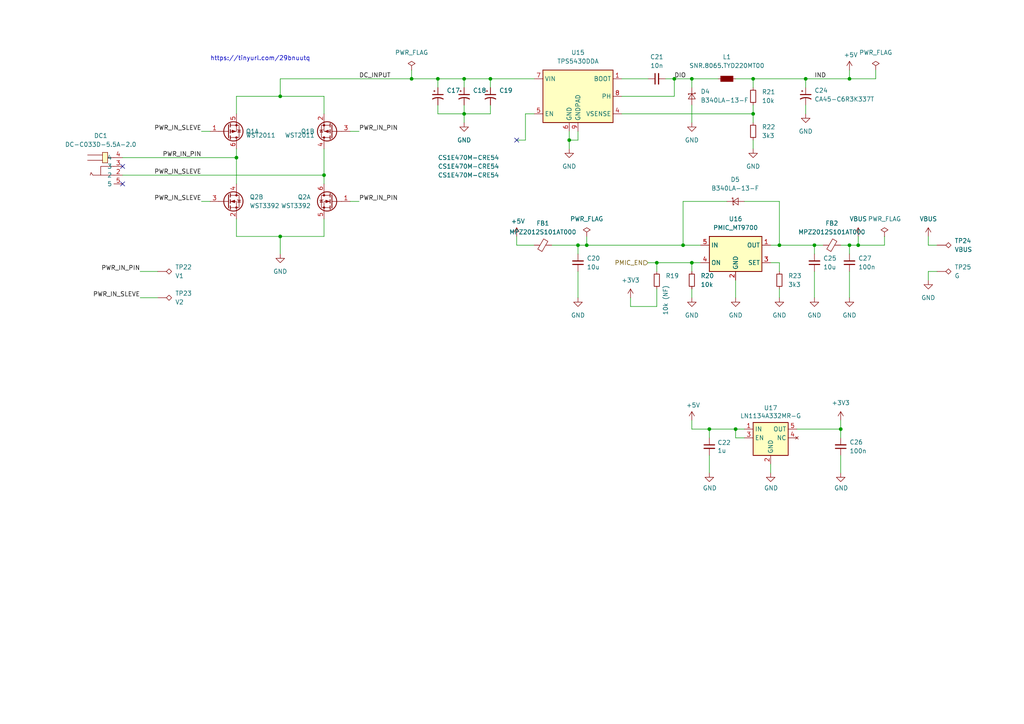
<source format=kicad_sch>
(kicad_sch (version 20230121) (generator eeschema)
  (paper "A4")
  (lib_symbols
    (symbol "Connector:TestPoint_Alt" (pin_numbers hide) (pin_names (offset 0.762) hide)
      (property "Reference" "TP" (at 0 6.858 0))
      (property "Value" "TestPoint_Alt" (at 0 5.08 0))
      (symbol "TestPoint_Alt_0_1"
        (polyline (pts (xy 0 2.54) (xy -0.762 3.302) (xy 0 4.064) (xy 0.762 3.302) (xy 0 2.54)))
      )
      (symbol "TestPoint_Alt_1_1"
        (pin passive line (at 0 0 90) (length 2.54) (name "1") (number "1"))
      )
    )
    (symbol "Device:Q_Dual_NMOS_G1S2G2D2S1D1" (pin_names (offset 0) hide)
      (property "Reference" "Q" (at 6.35 1.27 0))
      (property "Value" "Q_Dual_NMOS_G1S2G2D2S1D1" (at 19.05 -1.27 0))
      (symbol "Q_Dual_NMOS_G1S2G2D2S1D1_0_1"
        (polyline (pts (xy 0.254 0) (xy -2.54 0)))
        (polyline (pts (xy 0.254 1.905) (xy 0.254 -1.905)) (stroke (width 0.254)))
        (polyline (pts (xy 0.762 -1.27) (xy 0.762 -2.286)) (stroke (width 0.254)))
        (polyline (pts (xy 0.762 0.508) (xy 0.762 -0.508)) (stroke (width 0.254)))
        (polyline (pts (xy 0.762 2.286) (xy 0.762 1.27)) (stroke (width 0.254)))
        (polyline (pts (xy 2.54 2.54) (xy 2.54 1.778)))
        (polyline (pts (xy 2.54 -2.54) (xy 2.54 0) (xy 0.762 0)))
        (polyline (pts (xy 0.762 -1.778) (xy 3.302 -1.778) (xy 3.302 1.778) (xy 0.762 1.778)))
        (polyline (pts (xy 1.016 0) (xy 2.032 0.381) (xy 2.032 -0.381) (xy 1.016 0)) (fill (type outline)))
        (polyline (pts (xy 2.794 0.508) (xy 2.921 0.381) (xy 3.683 0.381) (xy 3.81 0.254)))
        (polyline (pts (xy 3.302 0.381) (xy 2.921 -0.254) (xy 3.683 -0.254) (xy 3.302 0.381)))
        (circle (center 1.651 0) (radius 2.794) (stroke (width 0.254)))
        (circle (center 2.54 -1.778) (radius 0.254) (fill (type outline)))
        (circle (center 2.54 1.778) (radius 0.254) (fill (type outline)))
      )
      (symbol "Q_Dual_NMOS_G1S2G2D2S1D1_1_1"
        (pin input line (at -5.08 0 0) (length 2.54) (name "G") (number "1"))
        (pin passive line (at 2.54 -5.08 90) (length 2.54) (name "S") (number "5"))
        (pin passive line (at 2.54 5.08 270) (length 2.54) (name "D") (number "6"))
      )
      (symbol "Q_Dual_NMOS_G1S2G2D2S1D1_2_1"
        (pin passive line (at 2.54 -5.08 90) (length 2.54) (name "S") (number "2"))
        (pin input line (at -5.08 0 0) (length 2.54) (name "G") (number "3"))
        (pin passive line (at 2.54 5.08 270) (length 2.54) (name "D") (number "4"))
      )
    )
    (symbol "INTERFACE-rescue:Q_DUAL_PMOS_G1S2G2D2S1D1-Device" (pin_names (offset 0) hide)
      (property "Reference" "Q" (at 6.35 1.27 0))
      (property "Value" "Q_DUAL_PMOS_G1S2G2D2S1D1-Device" (at 19.05 -1.27 0))
      (symbol "Q_DUAL_PMOS_G1S2G2D2S1D1-Device_0_1"
        (polyline (pts (xy 0.254 0) (xy -2.54 0)))
        (polyline (pts (xy 0.254 1.905) (xy 0.254 -1.905)) (stroke (width 0.254)))
        (polyline (pts (xy 0.762 -1.27) (xy 0.762 -2.286)) (stroke (width 0.254)))
        (polyline (pts (xy 0.762 0.508) (xy 0.762 -0.508)) (stroke (width 0.254)))
        (polyline (pts (xy 0.762 2.286) (xy 0.762 1.27)) (stroke (width 0.254)))
        (polyline (pts (xy 2.54 2.54) (xy 2.54 1.778)))
        (polyline (pts (xy 2.54 -2.54) (xy 2.54 0) (xy 0.762 0)))
        (polyline (pts (xy 0.762 1.778) (xy 3.302 1.778) (xy 3.302 -1.778) (xy 0.762 -1.778)))
        (polyline (pts (xy 2.286 0) (xy 1.27 0.381) (xy 1.27 -0.381) (xy 2.286 0)) (fill (type outline)))
        (polyline (pts (xy 2.794 -0.508) (xy 2.921 -0.381) (xy 3.683 -0.381) (xy 3.81 -0.254)))
        (polyline (pts (xy 3.302 -0.381) (xy 2.921 0.254) (xy 3.683 0.254) (xy 3.302 -0.381)))
        (circle (center 1.651 0) (radius 2.794) (stroke (width 0.254)))
        (circle (center 2.54 -1.778) (radius 0.254) (fill (type outline)))
        (circle (center 2.54 1.778) (radius 0.254) (fill (type outline)))
      )
      (symbol "Q_DUAL_PMOS_G1S2G2D2S1D1-Device_1_1"
        (pin input line (at -5.08 0 0) (length 2.54) (name "G") (number "1"))
        (pin passive line (at 2.54 -5.08 90) (length 2.54) (name "S") (number "5"))
        (pin passive line (at 2.54 5.08 270) (length 2.54) (name "D") (number "6"))
      )
      (symbol "Q_DUAL_PMOS_G1S2G2D2S1D1-Device_2_1"
        (pin passive line (at 2.54 -5.08 90) (length 2.54) (name "S") (number "2"))
        (pin input line (at -5.08 0 0) (length 2.54) (name "G") (number "3"))
        (pin passive line (at 2.54 5.08 270) (length 2.54) (name "D") (number "4"))
      )
    )
    (symbol "Regulator_Switching:TPS5430DDA"
      (property "Reference" "U" (at -10.16 8.89 0))
      (property "Value" "TPS5430DDA" (at -1.27 8.89 0))
      (symbol "TPS5430DDA_0_1"
        (rectangle (start -10.16 7.62) (end 10.16 -7.62) (stroke (width 0.254)) (fill (type background)))
      )
      (symbol "TPS5430DDA_1_1"
        (pin input line (at 12.7 5.08 180) (length 2.54) (name "BOOT") (number "1"))
        (pin no_connect line (at -10.16 2.54 0) (length 2.54) hide (name "NC") (number "2"))
        (pin no_connect line (at -10.16 -2.54 0) (length 2.54) hide (name "NC") (number "3"))
        (pin input line (at 12.7 -5.08 180) (length 2.54) (name "VSENSE") (number "4"))
        (pin input line (at -12.7 -5.08 0) (length 2.54) (name "EN") (number "5"))
        (pin power_in line (at -2.54 -10.16 90) (length 2.54) (name "GND") (number "6"))
        (pin power_in line (at -12.7 5.08 0) (length 2.54) (name "VIN") (number "7"))
        (pin output line (at 12.7 0 180) (length 2.54) (name "PH") (number "8"))
        (pin power_in line (at 0 -10.16 90) (length 2.54) (name "GNDPAD") (number "9"))
      )
    )
    (symbol "power:+3V3" (power) (pin_names (offset 0))
      (property "Value" "+3V3" (at 0 3.556 0))
      (symbol "+3V3_0_1"
        (polyline (pts (xy -0.762 1.27) (xy 0 2.54)))
        (polyline (pts (xy 0 0) (xy 0 2.54)))
        (polyline (pts (xy 0 2.54) (xy 0.762 1.27)))
      )
      (symbol "+3V3_1_1"
        (pin power_in line (at 0 0 90) (length 0) hide (name "+3V3") (number "1"))
      )
    )
    (symbol "power:+5V" (power) (pin_names (offset 0))
      (property "Value" "+5V" (at 0 3.556 0))
      (symbol "+5V_0_1"
        (polyline (pts (xy -0.762 1.27) (xy 0 2.54)))
        (polyline (pts (xy 0 0) (xy 0 2.54)))
        (polyline (pts (xy 0 2.54) (xy 0.762 1.27)))
      )
      (symbol "+5V_1_1"
        (pin power_in line (at 0 0 90) (length 0) hide (name "+5V") (number "1"))
      )
    )
    (symbol "power:GND" (power) (pin_names (offset 0))
      (property "Value" "GND" (at 0 -3.81 0))
      (symbol "GND_0_1"
        (polyline (pts (xy 0 0) (xy 0 -1.27) (xy 1.27 -1.27) (xy 0 -2.54) (xy -1.27 -1.27) (xy 0 -1.27)))
      )
      (symbol "GND_1_1"
        (pin power_in line (at 0 0 270) (length 0) hide (name "GND") (number "1"))
      )
    )
    (symbol "power:PWR_FLAG" (power) (pin_numbers hide) (pin_names (offset 0) hide)
      (property "Value" "PWR_FLAG" (at 0 3.81 0))
      (symbol "PWR_FLAG_0_0"
        (pin power_out line (at 0 0 90) (length 0) (name "pwr") (number "1"))
      )
      (symbol "PWR_FLAG_0_1"
        (polyline (pts (xy 0 0) (xy 0 1.27) (xy -1.016 1.905) (xy 0 2.54) (xy 1.016 1.905) (xy 0 1.27)))
      )
    )
    (symbol "power:VBUS" (power) (pin_names (offset 0))
      (property "Value" "VBUS" (at 0 3.81 0))
      (symbol "VBUS_0_1"
        (polyline (pts (xy -0.762 1.27) (xy 0 2.54)))
        (polyline (pts (xy 0 0) (xy 0 2.54)))
        (polyline (pts (xy 0 2.54) (xy 0.762 1.27)))
      )
      (symbol "VBUS_1_1"
        (pin power_in line (at 0 0 90) (length 0) hide (name "VBUS") (number "1"))
      )
    )
    (symbol "suku_basics:CAP" (pin_numbers hide) (pin_names (offset 0.254) hide)
      (property "Reference" "C" (at 0.254 1.778 0))
      (property "Value" "CAP" (at 0.254 -2.032 0))
      (symbol "CAP_0_1"
        (polyline (pts (xy -1.524 -0.508) (xy 1.524 -0.508)) (stroke (width 0.3302)))
        (polyline (pts (xy -1.524 0.508) (xy 1.524 0.508)) (stroke (width 0.3048)))
      )
      (symbol "CAP_1_1"
        (pin passive line (at 0 2.54 270) (length 2.032) (name "~") (number "1"))
        (pin passive line (at 0 -2.54 90) (length 2.032) (name "~") (number "2"))
      )
    )
    (symbol "suku_basics:CAP_POL" (pin_numbers hide) (pin_names (offset 0.254) hide)
      (property "Reference" "C" (at 0.254 1.778 0))
      (property "Value" "CAP_POL" (at 0.254 -2.032 0))
      (symbol "CAP_POL_0_1"
        (polyline (pts (xy -1.524 0.508) (xy 1.524 0.508)) (stroke (width 0.3048)))
        (polyline (pts (xy -1.27 1.524) (xy -0.762 1.524)))
        (polyline (pts (xy -1.016 1.27) (xy -1.016 1.778)))
        (arc (start 1.524 -0.762) (mid 0 -0.3734) (end -1.524 -0.762) (stroke (width 0.3048)))
      )
      (symbol "CAP_POL_1_1"
        (pin passive line (at 0 2.54 270) (length 2.032) (name "~") (number "1"))
        (pin passive line (at 0 -2.54 90) (length 2.032) (name "~") (number "2"))
      )
    )
    (symbol "suku_basics:DC-C033D-5.5A-2.0"
      (property "Reference" "DC?" (at 0 7.62 0))
      (property "Value" "DC-C033D-5.5A-2.0" (at 0 -10.16 0))
      (symbol "DC-C033D-5.5A-2.0_0_1"
        (polyline (pts (xy -7.62 1.78)) (fill (type background)))
        (polyline (pts (xy -3.3 1.78) (xy -7.62 1.78)))
        (polyline (pts (xy -3.3 3.3) (xy -7.62 3.3)))
        (polyline (pts (xy -1.78 2.54) (xy 0 2.54)))
        (polyline (pts (xy 0 0) (xy -3.81 0) (xy -3.81 -2.54)))
        (polyline (pts (xy 0 -2.54) (xy -6.1 -2.54) (xy -6.6 -1.78) (xy -6.86 -2.54)))
        (polyline (pts (xy -3.3 4.06) (xy -1.78 4.06) (xy -1.78 1.02) (xy -3.3 1.02) (xy -3.3 4.06)) (fill (type background)))
        (pin unspecified line (at 2.54 -2.54 180) (length 2.54) (name "2") (number "2"))
        (pin unspecified line (at 2.54 0 180) (length 2.54) (name "3") (number "3"))
        (pin unspecified line (at 2.54 2.54 180) (length 2.54) (name "4") (number "4"))
        (pin unspecified line (at 2.54 -5.08 180) (length 2.54) (name "5") (number "5"))
      )
    )
    (symbol "suku_basics:FERRIT" (pin_numbers hide) (pin_names (offset 0))
      (property "Reference" "FB" (at 1.905 1.27 0))
      (property "Value" "FERRIT" (at 1.905 -1.27 0))
      (symbol "FERRIT_0_1"
        (polyline (pts (xy 0 -1.27) (xy 0 -0.7874)))
        (polyline (pts (xy 0 0.889) (xy 0 1.2954)))
        (polyline (pts (xy -1.8288 0.2794) (xy -1.1176 1.4986) (xy 1.8288 -0.2032) (xy 1.1176 -1.4224) (xy -1.8288 0.2794)))
      )
      (symbol "FERRIT_1_1"
        (pin passive line (at 0 2.54 270) (length 1.27) (name "~") (number "1"))
        (pin passive line (at 0 -2.54 90) (length 1.27) (name "~") (number "2"))
      )
    )
    (symbol "suku_basics:INDUCTOR" (pin_numbers hide) (pin_names (offset 0.254) hide)
      (property "Reference" "L" (at 0.762 1.016 0))
      (property "Value" "INDUCTOR" (at 0.762 -1.016 0))
      (symbol "INDUCTOR_1_1"
        (rectangle (start -0.762 1.778) (end 0.762 -1.778) (stroke (width 0.2032)) (fill (type outline)))
        (pin passive line (at 0 2.54 270) (length 0.635) (name "~") (number "1"))
        (pin passive line (at 0 -2.54 90) (length 0.635) (name "~") (number "2"))
      )
    )
    (symbol "suku_basics:PMIC_MT9700"
      (property "Reference" "U" (at -6.35 -6.35 0))
      (property "Value" "PMIC_MT9700" (at 0 6.35 0))
      (symbol "PMIC_MT9700_0_1"
        (rectangle (start -7.62 5.08) (end 7.62 -5.08) (stroke (width 0.254)) (fill (type background)))
      )
      (symbol "PMIC_MT9700_1_1"
        (pin power_out line (at 10.16 2.54 180) (length 2.54) (name "OUT") (number "1"))
        (pin power_in line (at 0 -7.62 90) (length 2.54) (name "GND") (number "2"))
        (pin passive line (at 10.16 -2.54 180) (length 2.54) (name "SET") (number "3"))
        (pin input line (at -10.16 -2.54 0) (length 2.54) (name "ON") (number "4"))
        (pin power_in line (at -10.16 2.54 0) (length 2.54) (name "IN") (number "5"))
      )
    )
    (symbol "suku_basics:RES" (pin_numbers hide) (pin_names (offset 0.254) hide)
      (property "Reference" "R" (at 0.762 0.508 0))
      (property "Value" "RES" (at 0.762 -1.016 0))
      (symbol "RES_1_1"
        (rectangle (start -0.762 1.778) (end 0.762 -1.778) (stroke (width 0.2032)))
        (pin passive line (at 0 2.54 270) (length 0.762) (name "~") (number "1"))
        (pin passive line (at 0 -2.54 90) (length 0.762) (name "~") (number "2"))
      )
    )
    (symbol "suku_basics:SCHOTTKY" (pin_numbers hide) (pin_names (offset 0.254) hide)
      (property "Reference" "D" (at -1.27 2.032 0))
      (property "Value" "SCHOTTKY" (at -7.112 -2.032 0))
      (symbol "SCHOTTKY_0_1"
        (polyline (pts (xy -0.762 -1.016) (xy -0.762 1.016)))
        (polyline (pts (xy -0.762 0) (xy 0.762 0)))
        (polyline (pts (xy -0.762 -1.016) (xy -0.508 -1.016) (xy -0.508 -0.762)))
        (polyline (pts (xy -0.762 1.016) (xy -1.016 1.016) (xy -1.016 0.762)))
        (polyline (pts (xy 0.762 -1.016) (xy -0.762 0) (xy 0.762 1.016) (xy 0.762 -1.016)))
      )
      (symbol "SCHOTTKY_1_1"
        (pin passive line (at -2.54 0 0) (length 1.778) (name "K") (number "1"))
        (pin passive line (at 2.54 0 180) (length 1.778) (name "A") (number "2"))
      )
    )
    (symbol "suku_basics:U_REGULATOR_SOT23-5"
      (property "Reference" "U" (at -3.81 5.715 0))
      (property "Value" "U_REGULATOR_SOT23-5" (at 0 5.715 0))
      (symbol "U_REGULATOR_SOT23-5_0_1"
        (rectangle (start -5.08 4.445) (end 5.08 -5.08) (stroke (width 0.254)) (fill (type background)))
      )
      (symbol "U_REGULATOR_SOT23-5_1_1"
        (pin power_in line (at -7.62 2.54 0) (length 2.54) (name "IN") (number "1"))
        (pin power_in line (at 0 -7.62 90) (length 2.54) (name "GND") (number "2"))
        (pin input line (at -7.62 0 0) (length 2.54) (name "EN") (number "3"))
        (pin no_connect line (at 7.62 0 180) (length 2.54) (name "NC") (number "4"))
        (pin power_out line (at 7.62 2.54 180) (length 2.54) (name "OUT") (number "5"))
      )
    )
  )
  (junction (at 165.1 40.64))
  (junction (at 68.58 45.72))
  (junction (at 205.74 124.46))
  (junction (at 246.38 71.12))
  (junction (at 236.22 71.12))
  (junction (at 248.92 71.12))
  (junction (at 119.38 22.86))
  (junction (at 233.68 22.86))
  (junction (at 218.44 22.86))
  (junction (at 195.58 22.86))
  (junction (at 246.38 22.86))
  (junction (at 134.62 33.02))
  (junction (at 226.06 71.12))
  (junction (at 170.18 71.12))
  (junction (at 127 22.86))
  (junction (at 93.98 50.8))
  (junction (at 190.5 76.2))
  (junction (at 142.24 22.86))
  (junction (at 243.84 124.46))
  (junction (at 81.28 27.94))
  (junction (at 198.12 71.12))
  (junction (at 218.44 33.02))
  (junction (at 200.66 76.2))
  (junction (at 213.36 124.46))
  (junction (at 200.66 22.86))
  (junction (at 81.28 68.58))
  (junction (at 167.64 71.12))
  (junction (at 134.62 22.86))
  (no_connect (at 149.86 40.64))
  (no_connect (at 35.56 53.34))
  (no_connect (at 35.56 48.26))
  (wire (pts (xy 81.28 22.86) (xy 119.38 22.86)))
  (wire (pts (xy 246.38 22.86) (xy 254 22.86)))
  (wire (pts (xy 149.86 68.58) (xy 149.86 71.12)))
  (wire (pts (xy 93.98 43.18) (xy 93.98 50.8)))
  (wire (pts (xy 190.5 83.82) (xy 190.5 88.9)))
  (wire (pts (xy 200.66 83.82) (xy 200.66 86.36)))
  (wire (pts (xy 198.12 71.12) (xy 203.2 71.12)))
  (wire (pts (xy 200.66 76.2) (xy 203.2 76.2)))
  (wire (pts (xy 182.88 88.9) (xy 190.5 88.9)))
  (wire (pts (xy 243.84 121.92) (xy 243.84 124.46)))
  (wire (pts (xy 187.96 76.2) (xy 190.5 76.2)))
  (wire (pts (xy 243.84 132.08) (xy 243.84 137.16)))
  (wire (pts (xy 142.24 30.48) (xy 142.24 33.02)))
  (wire (pts (xy 68.58 63.5) (xy 68.58 68.58)))
  (wire (pts (xy 142.24 22.86) (xy 142.24 25.4)))
  (wire (pts (xy 167.64 71.12) (xy 170.18 71.12)))
  (wire (pts (xy 81.28 27.94) (xy 81.28 22.86)))
  (wire (pts (xy 81.28 68.58) (xy 81.28 73.66)))
  (wire (pts (xy 226.06 83.82) (xy 226.06 86.36)))
  (wire (pts (xy 213.36 124.46) (xy 215.9 124.46)))
  (wire (pts (xy 233.68 30.48) (xy 233.68 33.02)))
  (wire (pts (xy 226.06 76.2) (xy 223.52 76.2)))
  (wire (pts (xy 213.36 22.86) (xy 218.44 22.86)))
  (wire (pts (xy 215.9 127) (xy 213.36 127)))
  (wire (pts (xy 134.62 22.86) (xy 134.62 25.4)))
  (wire (pts (xy 218.44 22.86) (xy 218.44 25.4)))
  (wire (pts (xy 246.38 78.74) (xy 246.38 86.36)))
  (wire (pts (xy 165.1 38.1) (xy 165.1 40.64)))
  (wire (pts (xy 200.66 30.48) (xy 200.66 35.56)))
  (wire (pts (xy 213.36 124.46) (xy 205.74 124.46)))
  (wire (pts (xy 119.38 22.86) (xy 127 22.86)))
  (wire (pts (xy 182.88 88.9) (xy 182.88 86.36)))
  (wire (pts (xy 167.64 78.74) (xy 167.64 86.36)))
  (wire (pts (xy 243.84 124.46) (xy 243.84 127)))
  (wire (pts (xy 152.4 33.02) (xy 152.4 40.64)))
  (wire (pts (xy 81.28 27.94) (xy 93.98 27.94)))
  (wire (pts (xy 246.38 71.12) (xy 248.92 71.12)))
  (wire (pts (xy 236.22 71.12) (xy 236.22 73.66)))
  (wire (pts (xy 58.42 38.1) (xy 60.96 38.1)))
  (wire (pts (xy 200.66 76.2) (xy 200.66 78.74)))
  (wire (pts (xy 205.74 124.46) (xy 205.74 127)))
  (wire (pts (xy 170.18 71.12) (xy 198.12 71.12)))
  (wire (pts (xy 149.86 40.64) (xy 152.4 40.64)))
  (wire (pts (xy 243.84 71.12) (xy 246.38 71.12)))
  (wire (pts (xy 40.64 78.74) (xy 45.72 78.74)))
  (wire (pts (xy 127 33.02) (xy 134.62 33.02)))
  (wire (pts (xy 160.02 71.12) (xy 167.64 71.12)))
  (wire (pts (xy 200.66 22.86) (xy 200.66 25.4)))
  (wire (pts (xy 142.24 33.02) (xy 134.62 33.02)))
  (wire (pts (xy 167.64 40.64) (xy 165.1 40.64)))
  (wire (pts (xy 149.86 71.12) (xy 154.94 71.12)))
  (wire (pts (xy 170.18 68.58) (xy 170.18 71.12)))
  (wire (pts (xy 213.36 81.28) (xy 213.36 86.36)))
  (wire (pts (xy 190.5 76.2) (xy 200.66 76.2)))
  (wire (pts (xy 165.1 40.64) (xy 165.1 43.18)))
  (wire (pts (xy 269.24 68.58) (xy 269.24 71.12)))
  (wire (pts (xy 269.24 81.28) (xy 269.24 78.74)))
  (wire (pts (xy 35.56 50.8) (xy 93.98 50.8)))
  (wire (pts (xy 180.34 33.02) (xy 218.44 33.02)))
  (wire (pts (xy 218.44 30.48) (xy 218.44 33.02)))
  (wire (pts (xy 101.6 38.1) (xy 104.14 38.1)))
  (wire (pts (xy 218.44 40.64) (xy 218.44 43.18)))
  (wire (pts (xy 68.58 45.72) (xy 68.58 53.34)))
  (wire (pts (xy 81.28 68.58) (xy 93.98 68.58)))
  (wire (pts (xy 233.68 22.86) (xy 246.38 22.86)))
  (wire (pts (xy 246.38 71.12) (xy 246.38 73.66)))
  (wire (pts (xy 134.62 22.86) (xy 142.24 22.86)))
  (wire (pts (xy 223.52 134.62) (xy 223.52 137.16)))
  (wire (pts (xy 134.62 33.02) (xy 134.62 35.56)))
  (wire (pts (xy 101.6 58.42) (xy 104.14 58.42)))
  (wire (pts (xy 40.64 86.36) (xy 45.72 86.36)))
  (wire (pts (xy 167.64 38.1) (xy 167.64 40.64)))
  (wire (pts (xy 218.44 22.86) (xy 233.68 22.86)))
  (wire (pts (xy 236.22 71.12) (xy 238.76 71.12)))
  (wire (pts (xy 198.12 71.12) (xy 198.12 58.42)))
  (wire (pts (xy 58.42 58.42) (xy 60.96 58.42)))
  (wire (pts (xy 93.98 63.5) (xy 93.98 68.58)))
  (wire (pts (xy 127 22.86) (xy 134.62 22.86)))
  (wire (pts (xy 218.44 33.02) (xy 218.44 35.56)))
  (wire (pts (xy 226.06 78.74) (xy 226.06 76.2)))
  (wire (pts (xy 200.66 22.86) (xy 208.28 22.86)))
  (wire (pts (xy 195.58 22.86) (xy 193.04 22.86)))
  (wire (pts (xy 200.66 121.92) (xy 200.66 124.46)))
  (wire (pts (xy 68.58 68.58) (xy 81.28 68.58)))
  (wire (pts (xy 134.62 30.48) (xy 134.62 33.02)))
  (wire (pts (xy 93.98 27.94) (xy 93.98 33.02)))
  (wire (pts (xy 269.24 78.74) (xy 271.78 78.74)))
  (wire (pts (xy 180.34 22.86) (xy 187.96 22.86)))
  (wire (pts (xy 254 20.32) (xy 254 22.86)))
  (wire (pts (xy 226.06 71.12) (xy 236.22 71.12)))
  (wire (pts (xy 256.54 71.12) (xy 248.92 71.12)))
  (wire (pts (xy 93.98 50.8) (xy 93.98 53.34)))
  (wire (pts (xy 205.74 124.46) (xy 200.66 124.46)))
  (wire (pts (xy 127 25.4) (xy 127 22.86)))
  (wire (pts (xy 119.38 20.32) (xy 119.38 22.86)))
  (wire (pts (xy 195.58 27.94) (xy 195.58 22.86)))
  (wire (pts (xy 233.68 22.86) (xy 233.68 25.4)))
  (wire (pts (xy 256.54 68.58) (xy 256.54 71.12)))
  (wire (pts (xy 248.92 68.58) (xy 248.92 71.12)))
  (wire (pts (xy 223.52 71.12) (xy 226.06 71.12)))
  (wire (pts (xy 195.58 22.86) (xy 200.66 22.86)))
  (wire (pts (xy 198.12 58.42) (xy 210.82 58.42)))
  (wire (pts (xy 190.5 76.2) (xy 190.5 78.74)))
  (wire (pts (xy 215.9 58.42) (xy 226.06 58.42)))
  (wire (pts (xy 226.06 58.42) (xy 226.06 71.12)))
  (wire (pts (xy 68.58 45.72) (xy 68.58 43.18)))
  (wire (pts (xy 236.22 78.74) (xy 236.22 86.36)))
  (wire (pts (xy 246.38 22.86) (xy 246.38 20.32)))
  (wire (pts (xy 68.58 33.02) (xy 68.58 27.94)))
  (wire (pts (xy 127 30.48) (xy 127 33.02)))
  (wire (pts (xy 213.36 127) (xy 213.36 124.46)))
  (wire (pts (xy 205.74 137.16) (xy 205.74 132.08)))
  (wire (pts (xy 269.24 71.12) (xy 271.78 71.12)))
  (wire (pts (xy 68.58 27.94) (xy 81.28 27.94)))
  (wire (pts (xy 154.94 33.02) (xy 152.4 33.02)))
  (wire (pts (xy 180.34 27.94) (xy 195.58 27.94)))
  (wire (pts (xy 167.64 71.12) (xy 167.64 73.66)))
  (wire (pts (xy 231.14 124.46) (xy 243.84 124.46)))
  (wire (pts (xy 142.24 22.86) (xy 154.94 22.86)))
  (wire (pts (xy 35.56 45.72) (xy 68.58 45.72)))
  (text "https://tinyurl.com/29bnuutq" (at 60.96 17.78 0) (effects (font (size 1.27 1.27)) (justify left bottom)))
  (label "DIO" (at 195.58 22.86 0))
  (label "PWR_IN_PIN" (at 104.14 38.1 0))
  (label "DC_INPUT" (at 104.14 22.86 0))
  (label "PWR_IN_PIN" (at 104.14 58.42 0))
  (label "PWR_IN_SLEVE" (at 58.42 38.1 180))
  (label "IND" (at 236.22 22.86 0))
  (label "PWR_IN_SLEVE" (at 40.64 86.36 180))
  (label "PWR_IN_SLEVE" (at 58.42 50.8 180))
  (label "PWR_IN_SLEVE" (at 58.42 58.42 180))
  (label "PWR_IN_PIN" (at 58.42 45.72 180))
  (label "PWR_IN_PIN" (at 40.64 78.74 180))
  (hierarchical_label "PMIC_EN" (shape input) (at 187.96 76.2 180))
  (symbol (lib_id "suku_basics:U_REGULATOR_SOT23-5") (at 223.52 127 0) (unit 1)
    (property "Reference" "U17" (at 223.52 118.3132 0))
    (property "Value" "LN1134A332MR-G" (at 223.52 120.6246 0))
    (property "Footprint" "suku_basics:SOT-23-5" (effects hide))
    (property "Datasheet" "http://www.ti.com/lit/ds/symlink/tlv712.pdf" (effects hide))
  )
  (symbol (lib_id "power:GND") (at 223.52 137.16 0) (unit 1)
    (property "Reference" "#PWR0107" (effects hide))
    (property "Value" "GND" (at 223.647 141.5542 0))
  )
  (symbol (lib_id "Device:Q_Dual_NMOS_G1S2G2D2S1D1") (at 96.52 58.42 0) (mirror y) (unit 1)
    (property "Reference" "Q2" (at 90.17 57.1499 0) (effects (justify left)))
    (property "Value" "WST3392" (at 90.17 59.6899 0) (effects (justify left)))
    (property "Footprint" "suku_basics:SOT-23-6" (effects hide))
  )
  (symbol (lib_id "power:GND") (at 165.1 43.18 0) (unit 1)
    (property "Reference" "#PWR098" (effects hide))
    (property "Value" "GND" (at 165.1 48.26 0))
  )
  (symbol (lib_id "suku_basics:RES") (at 200.66 81.28 180) (unit 1)
    (property "Reference" "R20" (at 203.2 80.0099 0) (effects (justify right)))
    (property "Value" "10k" (at 203.2 82.5499 0) (effects (justify right)))
    (property "Footprint" "suku_basics:RES_0402" (effects hide))
  )
  (symbol (lib_id "suku_basics:SCHOTTKY") (at 200.66 27.94 270) (unit 1)
    (property "Reference" "D4" (at 203.2 26.5429 90) (effects (justify left)))
    (property "Value" "B340LA-13-F" (at 203.2 29.0829 90) (effects (justify left)))
    (property "Footprint" "Diode_SMD:D_SMA" (effects hide))
  )
  (symbol (lib_id "power:VBUS") (at 248.92 68.58 0) (unit 1)
    (property "Reference" "#PWR0116" (effects hide))
    (property "Value" "VBUS" (at 248.92 63.5 0))
  )
  (symbol (lib_id "suku_basics:RES") (at 218.44 27.94 0) (unit 1)
    (property "Reference" "R21" (at 220.98 26.6699 0) (effects (justify left)))
    (property "Value" "10k" (at 220.98 29.2099 0) (effects (justify left)))
    (property "Footprint" "suku_basics:RES_0402" (effects hide))
  )
  (symbol (lib_id "Regulator_Switching:TPS5430DDA") (at 167.64 27.94 0) (unit 1)
    (property "Reference" "U15" (at 167.64 15.24 0))
    (property "Value" "TPS5430DDA" (at 167.64 17.78 0))
    (property "Footprint" "Package_SO:TI_SO-PowerPAD-8_ThermalVias" (effects hide))
    (property "Datasheet" "http://www.ti.com/lit/ds/symlink/tps5430.pdf" (effects hide))
  )
  (symbol (lib_id "Connector:TestPoint_Alt") (at 45.72 86.36 270) (unit 1)
    (property "Reference" "TP23" (at 50.8 85.0899 90) (effects (justify left)))
    (property "Value" "V2" (at 50.8 87.6299 90) (effects (justify left)))
    (property "Footprint" "TestPoint:TestPoint_THTPad_D1.0mm_Drill0.5mm" (effects hide))
  )
  (symbol (lib_id "power:GND") (at 243.84 137.16 0) (unit 1)
    (property "Reference" "#PWR0113" (effects hide))
    (property "Value" "GND" (at 243.967 141.5542 0))
  )
  (symbol (lib_id "suku_basics:CAP") (at 236.22 76.2 180) (unit 1)
    (property "Reference" "C25" (at 238.76 74.9235 0) (effects (justify right)))
    (property "Value" "10u" (at 238.76 77.4635 0) (effects (justify right)))
    (property "Footprint" "suku_basics:CAP_0402" (effects hide))
  )
  (symbol (lib_id "INTERFACE-rescue:Q_DUAL_PMOS_G1S2G2D2S1D1-Device") (at 96.52 38.1 180) (unit 2)
    (property "Reference" "Q1" (at 91.2876 38.1 0) (effects (justify left)))
    (property "Value" "WST2011" (at 91.2876 39.243 0) (effects (justify left)))
    (property "Footprint" "suku_basics:SOT-23-6" (effects hide))
    (property "Part" "C148368" (effects hide))
  )
  (symbol (lib_id "suku_basics:RES") (at 218.44 38.1 0) (unit 1)
    (property "Reference" "R22" (at 220.98 36.8299 0) (effects (justify left)))
    (property "Value" "3k3" (at 220.98 39.3699 0) (effects (justify left)))
    (property "Footprint" "suku_basics:RES_0402" (effects hide))
  )
  (symbol (lib_id "Connector:TestPoint_Alt") (at 271.78 78.74 270) (unit 1)
    (property "Reference" "TP25" (at 276.86 77.4699 90) (effects (justify left)))
    (property "Value" "G" (at 276.86 80.0099 90) (effects (justify left)))
    (property "Footprint" "TestPoint:TestPoint_THTPad_1.0x1.0mm_Drill0.5mm" (effects hide))
  )
  (symbol (lib_id "power:GND") (at 269.24 81.28 0) (mirror y) (unit 1)
    (property "Reference" "#PWR0118" (effects hide))
    (property "Value" "GND" (at 269.24 86.36 0))
  )
  (symbol (lib_id "power:+3V3") (at 182.88 86.36 0) (unit 1)
    (property "Reference" "#PWR0100" (effects hide))
    (property "Value" "+3V3" (at 182.88 81.28 0))
  )
  (symbol (lib_id "suku_basics:FERRIT") (at 241.3 71.12 90) (unit 1)
    (property "Reference" "FB2" (at 241.2619 64.77 90))
    (property "Value" "MPZ2012S101AT000" (at 241.2619 67.31 90))
    (property "Footprint" "suku_basics:FERRIT_0805" (effects hide))
  )
  (symbol (lib_id "suku_basics:CAP") (at 243.84 129.54 180) (unit 1)
    (property "Reference" "C26" (at 246.38 128.2635 0) (effects (justify right)))
    (property "Value" "100n" (at 246.38 130.8035 0) (effects (justify right)))
    (property "Footprint" "suku_basics:CAP_0402" (effects hide))
  )
  (symbol (lib_id "power:PWR_FLAG") (at 254 20.32 0) (unit 1)
    (property "Reference" "#FLG04" (effects hide))
    (property "Value" "PWR_FLAG" (at 254 15.24 0))
  )
  (symbol (lib_id "power:VBUS") (at 269.24 68.58 0) (unit 1)
    (property "Reference" "#PWR0117" (effects hide))
    (property "Value" "VBUS" (at 269.24 63.5 0))
  )
  (symbol (lib_id "power:PWR_FLAG") (at 170.18 68.58 0) (unit 1)
    (property "Reference" "#FLG03" (effects hide))
    (property "Value" "PWR_FLAG" (at 170.18 63.5 0))
  )
  (symbol (lib_id "power:GND") (at 205.74 137.16 0) (unit 1)
    (property "Reference" "#PWR0104" (effects hide))
    (property "Value" "GND" (at 205.867 141.5542 0))
  )
  (symbol (lib_id "Device:Q_Dual_NMOS_G1S2G2D2S1D1") (at 66.04 58.42 0) (unit 2)
    (property "Reference" "Q2" (at 72.39 57.1499 0) (effects (justify left)))
    (property "Value" "WST3392" (at 72.39 59.6899 0) (effects (justify left)))
    (property "Footprint" "suku_basics:SOT-23-6" (effects hide))
  )
  (symbol (lib_id "suku_basics:CAP_POL") (at 142.24 27.94 0) (unit 1)
    (property "Reference" "C19" (at 144.78 26.2381 0) (effects (justify left)))
    (property "Value" "CS1E470M-CRE54" (at 127 50.8 0) (effects (justify left)))
    (property "Footprint" "Capacitor_SMD:CP_Elec_6.3x5.7" (effects hide))
  )
  (symbol (lib_id "suku_basics:CAP_POL") (at 134.62 27.94 0) (unit 1)
    (property "Reference" "C18" (at 137.16 26.2381 0) (effects (justify left)))
    (property "Value" "CS1E470M-CRE54" (at 127 48.26 0) (effects (justify left)))
    (property "Footprint" "Capacitor_SMD:CP_Elec_6.3x5.7" (effects hide))
  )
  (symbol (lib_id "power:GND") (at 134.62 35.56 0) (unit 1)
    (property "Reference" "#PWR096" (effects hide))
    (property "Value" "GND" (at 134.62 40.64 0))
  )
  (symbol (lib_id "power:+5V") (at 246.38 20.32 0) (unit 1)
    (property "Reference" "#PWR0114" (effects hide))
    (property "Value" "+5V" (at 246.761 15.9258 0))
  )
  (symbol (lib_id "power:GND") (at 233.68 33.02 0) (unit 1)
    (property "Reference" "#PWR0110" (effects hide))
    (property "Value" "GND" (at 233.68 38.1 0))
  )
  (symbol (lib_id "power:+5V") (at 200.66 121.92 0) (unit 1)
    (property "Reference" "#PWR0103" (effects hide))
    (property "Value" "+5V" (at 201.041 117.5258 0))
  )
  (symbol (lib_id "power:GND") (at 246.38 86.36 0) (unit 1)
    (property "Reference" "#PWR0115" (effects hide))
    (property "Value" "GND" (at 246.38 91.44 0))
  )
  (symbol (lib_id "suku_basics:CAP_POL") (at 233.68 27.94 0) (unit 1)
    (property "Reference" "C24" (at 236.22 26.2381 0) (effects (justify left)))
    (property "Value" "CA45-C6R3K337T" (at 236.22 28.7781 0) (effects (justify left)))
    (property "Footprint" "suku_basics:CP_EIA-6032-15_Kemet-U" (effects hide))
  )
  (symbol (lib_id "suku_basics:CAP") (at 246.38 76.2 180) (unit 1)
    (property "Reference" "C27" (at 248.92 74.9235 0) (effects (justify right)))
    (property "Value" "100n" (at 248.92 77.4635 0) (effects (justify right)))
    (property "Footprint" "suku_basics:CAP_0402" (effects hide))
  )
  (symbol (lib_id "power:+3V3") (at 243.84 121.92 0) (unit 1)
    (property "Reference" "#PWR0112" (effects hide))
    (property "Value" "+3V3" (at 243.84 116.84 0))
  )
  (symbol (lib_id "suku_basics:INDUCTOR") (at 210.82 22.86 90) (unit 1)
    (property "Reference" "L1" (at 210.82 16.51 90))
    (property "Value" "SNR.8065.TYD220MT00" (at 210.82 19.05 90))
    (property "Footprint" "Inductor_SMD:L_Bourns-SRN8040_8x8.15mm" (effects hide))
  )
  (symbol (lib_id "INTERFACE-rescue:Q_DUAL_PMOS_G1S2G2D2S1D1-Device") (at 66.04 38.1 0) (mirror x) (unit 1)
    (property "Reference" "Q1" (at 71.2724 38.1 0) (effects (justify left)))
    (property "Value" "WST2011" (at 71.2724 39.243 0) (effects (justify left)))
    (property "Footprint" "suku_basics:SOT-23-6" (effects hide))
    (property "Part" "C148368" (effects hide))
  )
  (symbol (lib_id "power:GND") (at 200.66 35.56 0) (unit 1)
    (property "Reference" "#PWR0101" (effects hide))
    (property "Value" "GND" (at 200.66 40.64 0))
  )
  (symbol (lib_id "suku_basics:CAP_POL") (at 127 27.94 0) (unit 1)
    (property "Reference" "C17" (at 129.54 26.2381 0) (effects (justify left)))
    (property "Value" "CS1E470M-CRE54" (at 127 45.72 0) (effects (justify left)))
    (property "Footprint" "Capacitor_SMD:CP_Elec_6.3x5.7" (effects hide))
  )
  (symbol (lib_id "power:PWR_FLAG") (at 119.38 20.32 0) (unit 1)
    (property "Reference" "#FLG02" (effects hide))
    (property "Value" "PWR_FLAG" (at 119.38 15.24 0))
  )
  (symbol (lib_id "suku_basics:FERRIT") (at 157.48 71.12 90) (unit 1)
    (property "Reference" "FB1" (at 157.4419 64.77 90))
    (property "Value" "MPZ2012S101AT000" (at 157.4419 67.31 90))
    (property "Footprint" "suku_basics:FERRIT_0805" (effects hide))
  )
  (symbol (lib_id "suku_basics:CAP") (at 190.5 22.86 90) (unit 1)
    (property "Reference" "C21" (at 190.5063 16.51 90))
    (property "Value" "10n" (at 190.5063 19.05 90))
    (property "Footprint" "suku_basics:CAP_0402" (effects hide))
  )
  (symbol (lib_id "suku_basics:RES") (at 226.06 81.28 0) (unit 1)
    (property "Reference" "R23" (at 228.6 80.0099 0) (effects (justify left)))
    (property "Value" "3k3" (at 228.6 82.5499 0) (effects (justify left)))
    (property "Footprint" "suku_basics:RES_0402" (effects hide))
  )
  (symbol (lib_id "power:GND") (at 213.36 86.36 0) (unit 1)
    (property "Reference" "#PWR0105" (effects hide))
    (property "Value" "GND" (at 213.36 91.44 0))
  )
  (symbol (lib_id "power:GND") (at 218.44 43.18 0) (unit 1)
    (property "Reference" "#PWR0106" (effects hide))
    (property "Value" "GND" (at 218.44 48.26 0))
  )
  (symbol (lib_id "Connector:TestPoint_Alt") (at 271.78 71.12 270) (unit 1)
    (property "Reference" "TP24" (at 276.86 69.8499 90) (effects (justify left)))
    (property "Value" "VBUS" (at 276.86 72.3899 90) (effects (justify left)))
    (property "Footprint" "TestPoint:TestPoint_THTPad_D1.0mm_Drill0.5mm" (effects hide))
  )
  (symbol (lib_id "suku_basics:SCHOTTKY") (at 213.36 58.42 0) (unit 1)
    (property "Reference" "D5" (at 213.233 52.07 0))
    (property "Value" "B340LA-13-F" (at 213.233 54.61 0))
    (property "Footprint" "Diode_SMD:D_SMA" (effects hide))
  )
  (symbol (lib_id "power:GND") (at 236.22 86.36 0) (unit 1)
    (property "Reference" "#PWR0111" (effects hide))
    (property "Value" "GND" (at 236.22 91.44 0))
  )
  (symbol (lib_id "suku_basics:CAP") (at 167.64 76.2 180) (unit 1)
    (property "Reference" "C20" (at 170.18 74.9235 0) (effects (justify right)))
    (property "Value" "10u" (at 170.18 77.4635 0) (effects (justify right)))
    (property "Footprint" "suku_basics:CAP_0402" (effects hide))
  )
  (symbol (lib_id "suku_basics:PMIC_MT9700") (at 213.36 73.66 0) (unit 1)
    (property "Reference" "U16" (at 213.36 63.5 0))
    (property "Value" "PMIC_MT9700" (at 213.36 66.04 0))
    (property "Footprint" "suku_basics:SOT-23-5" (effects hide))
    (property "Datasheet" "http://www.skyworksinc.com/uploads/documents/201937A.pdf" (effects hide))
  )
  (symbol (lib_id "suku_basics:CAP") (at 205.74 129.54 0) (unit 1)
    (property "Reference" "C22" (at 208.0768 128.3716 0) (effects (justify left)))
    (property "Value" "1u" (at 208.0768 130.683 0) (effects (justify left)))
    (property "Footprint" "suku_basics:CAP_0402" (effects hide))
  )
  (symbol (lib_id "suku_basics:RES") (at 190.5 81.28 180) (unit 1)
    (property "Reference" "R19" (at 193.04 80.0099 0) (effects (justify right)))
    (property "Value" "10k (NF)" (at 193.04 91.44 90) (effects (justify right)))
    (property "Footprint" "suku_basics:RES_0402" (effects hide))
  )
  (symbol (lib_id "power:+5V") (at 149.86 68.58 0) (unit 1)
    (property "Reference" "#PWR097" (effects hide))
    (property "Value" "+5V" (at 150.241 64.1858 0))
  )
  (symbol (lib_id "power:GND") (at 81.28 73.66 0) (unit 1)
    (property "Reference" "#PWR095" (effects hide))
    (property "Value" "GND" (at 81.28 78.74 0))
  )
  (symbol (lib_id "Connector:TestPoint_Alt") (at 45.72 78.74 270) (unit 1)
    (property "Reference" "TP22" (at 50.8 77.4699 90) (effects (justify left)))
    (property "Value" "V1" (at 50.8 80.0099 90) (effects (justify left)))
    (property "Footprint" "TestPoint:TestPoint_THTPad_D1.0mm_Drill0.5mm" (effects hide))
  )
  (symbol (lib_id "power:GND") (at 226.06 86.36 0) (unit 1)
    (property "Reference" "#PWR0108" (effects hide))
    (property "Value" "GND" (at 226.06 91.44 0))
  )
  (symbol (lib_id "suku_basics:DC-C033D-5.5A-2.0") (at 33.02 48.26 0) (unit 1)
    (property "Reference" "DC1" (at 29.21 39.37 0))
    (property "Value" "DC-C033D-5.5A-2.0" (at 29.21 41.91 0))
    (property "Footprint" "suku_basics:DC-IN-TH_DC-C033D-5.5A-2.0" (effects hide))
    (property "Datasheet" "https://datasheet.lcsc.com/lcsc/2003181908_XKB-Connectivity-DC-C033D-5-5A-2-0_C500113.pdf" (effects hide))
    (property "Manufacturer" "XKB Enterprise" (effects hide))
    (property "LCSC Part" "C500113" (effects hide))
  )
  (symbol (lib_id "power:GND") (at 167.64 86.36 0) (unit 1)
    (property "Reference" "#PWR099" (effects hide))
    (property "Value" "GND" (at 167.64 91.44 0))
  )
  (symbol (lib_id "power:PWR_FLAG") (at 256.54 68.58 0) (unit 1)
    (property "Reference" "#FLG05" (effects hide))
    (property "Value" "PWR_FLAG" (at 256.54 63.5 0))
  )
  (symbol (lib_id "power:GND") (at 200.66 86.36 0) (unit 1)
    (property "Reference" "#PWR0102" (effects hide))
    (property "Value" "GND" (at 200.66 91.44 0))
  )
)
</source>
